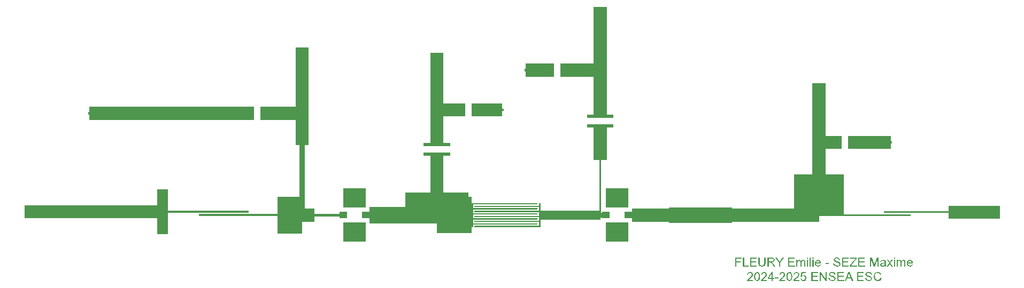
<source format=gbr>
%TF.GenerationSoftware,KiCad,Pcbnew,8.0.3*%
%TF.CreationDate,2025-01-07T15:38:08+01:00*%
%TF.ProjectId,fleury_seze,666c6575-7279-45f7-9365-7a652e6b6963,rev?*%
%TF.SameCoordinates,Original*%
%TF.FileFunction,Copper,L1,Top*%
%TF.FilePolarity,Positive*%
%FSLAX46Y46*%
G04 Gerber Fmt 4.6, Leading zero omitted, Abs format (unit mm)*
G04 Created by KiCad (PCBNEW 8.0.3) date 2025-01-07 15:38:08*
%MOMM*%
%LPD*%
G01*
G04 APERTURE LIST*
%TA.AperFunction,NonConductor*%
%ADD10C,0.000000*%
%TD*%
%TA.AperFunction,ViaPad*%
%ADD11C,0.200010*%
%TD*%
%TA.AperFunction,ViaPad*%
%ADD12C,0.400010*%
%TD*%
G04 APERTURE END LIST*
D10*
%TA.AperFunction,NonConductor*%
G36*
X61629250Y11189670D02*
G01*
X61429250Y11189670D01*
X61429250Y11589670D01*
X61629250Y11589670D01*
X61629250Y11189670D01*
G37*
%TD.AperFunction*%
%TA.AperFunction,NonConductor*%
G36*
X61429250Y10344390D02*
G01*
X54675640Y10344390D01*
X54675640Y12434950D01*
X61429250Y12434950D01*
X61429250Y10344390D01*
G37*
%TD.AperFunction*%
%TA.AperFunction,NonConductor*%
G36*
X53675640Y10344390D02*
G01*
X51101050Y10344390D01*
X51101050Y12434950D01*
X53675640Y12434950D01*
X53675640Y10344390D01*
G37*
%TD.AperFunction*%
%TA.AperFunction,NonConductor*%
G36*
X51101050Y10344390D02*
G01*
X49010770Y10344390D01*
X49010770Y11389670D01*
X49010490Y11389670D01*
X49010490Y12434950D01*
X51101050Y12434950D01*
X51101050Y10344390D01*
G37*
%TD.AperFunction*%
%TA.AperFunction,NonConductor*%
G36*
X51100770Y6344390D02*
G01*
X49010770Y6344390D01*
X49010770Y10344390D01*
X51100770Y10344390D01*
X51100770Y6344390D01*
G37*
%TD.AperFunction*%
%TA.AperFunction,NonConductor*%
G36*
X16475160Y23894950D02*
G01*
X14384600Y23894950D01*
X14384600Y32931250D01*
X16475160Y32931250D01*
X16475160Y23894950D01*
G37*
%TD.AperFunction*%
%TA.AperFunction,NonConductor*%
G36*
X53950720Y895000D02*
G01*
X46160820Y895000D01*
X46160820Y6344390D01*
X53950720Y6344390D01*
X53950720Y895000D01*
G37*
%TD.AperFunction*%
%TA.AperFunction,NonConductor*%
G36*
X3623920Y22649670D02*
G01*
X3423920Y22649670D01*
X3423920Y23049670D01*
X3623920Y23049670D01*
X3623920Y22649670D01*
G37*
%TD.AperFunction*%
%TA.AperFunction,NonConductor*%
G36*
X7583380Y21804390D02*
G01*
X3623920Y21804390D01*
X3623920Y23894950D01*
X7583380Y23894950D01*
X7583380Y21804390D01*
G37*
%TD.AperFunction*%
%TA.AperFunction,NonConductor*%
G36*
X8083380Y21804670D02*
G01*
X7583380Y21804670D01*
X7583380Y23894670D01*
X8083380Y23894670D01*
X8083380Y21804670D01*
G37*
%TD.AperFunction*%
%TA.AperFunction,NonConductor*%
G36*
X14384600Y21804390D02*
G01*
X9583380Y21804390D01*
X9583380Y23894950D01*
X14384600Y23894950D01*
X14384600Y21804390D01*
G37*
%TD.AperFunction*%
%TA.AperFunction,NonConductor*%
G36*
X9583380Y21804670D02*
G01*
X9083380Y21804670D01*
X9083380Y23894670D01*
X9583380Y23894670D01*
X9583380Y21804670D01*
G37*
%TD.AperFunction*%
%TA.AperFunction,NonConductor*%
G36*
X16475160Y21804390D02*
G01*
X14384600Y21804390D01*
X14384600Y23894950D01*
X16475160Y23894950D01*
X16475160Y21804390D01*
G37*
%TD.AperFunction*%
%TA.AperFunction,NonConductor*%
G36*
X16475160Y15804360D02*
G01*
X14384600Y15804360D01*
X14384600Y21804390D01*
X16475160Y21804390D01*
X16475160Y15804360D01*
G37*
%TD.AperFunction*%
%TA.AperFunction,NonConductor*%
G36*
X15529880Y567850D02*
G01*
X15329880Y567850D01*
X15329880Y8636760D01*
X15529880Y8636760D01*
X15529880Y567850D01*
G37*
%TD.AperFunction*%
%TA.AperFunction,NonConductor*%
G36*
X16474880Y8636760D02*
G01*
X14384880Y8636760D01*
X14384880Y13804360D01*
X16474880Y13804360D01*
X16474880Y8636760D01*
G37*
%TD.AperFunction*%
%TA.AperFunction,NonConductor*%
G36*
X-65442100Y15809280D02*
G01*
X-65642100Y15809280D01*
X-65642100Y16209280D01*
X-65442100Y16209280D01*
X-65442100Y15809280D01*
G37*
%TD.AperFunction*%
%TA.AperFunction,NonConductor*%
G36*
X17519880Y13804360D02*
G01*
X13339880Y13804360D01*
X13339880Y14304360D01*
X17519880Y14304360D01*
X17519880Y13804360D01*
G37*
%TD.AperFunction*%
%TA.AperFunction,NonConductor*%
G36*
X132590Y16366630D02*
G01*
X-67410Y16366630D01*
X-67410Y16766630D01*
X132590Y16766630D01*
X132590Y16366630D01*
G37*
%TD.AperFunction*%
%TA.AperFunction,NonConductor*%
G36*
X17519880Y15304360D02*
G01*
X13339880Y15304360D01*
X13339880Y15804360D01*
X17519880Y15804360D01*
X17519880Y15304360D01*
G37*
%TD.AperFunction*%
%TA.AperFunction,NonConductor*%
G36*
X-67410Y15521350D02*
G01*
X-4431820Y15521350D01*
X-4431820Y17611910D01*
X-67410Y17611910D01*
X-67410Y15521350D01*
G37*
%TD.AperFunction*%
%TA.AperFunction,NonConductor*%
G36*
X-4431820Y15521630D02*
G01*
X-4931820Y15521630D01*
X-4931820Y17611630D01*
X-4431820Y17611630D01*
X-4431820Y15521630D01*
G37*
%TD.AperFunction*%
%TA.AperFunction,NonConductor*%
G36*
X51101050Y12434950D02*
G01*
X49010490Y12434950D01*
X49010490Y20779230D01*
X51101050Y20779230D01*
X51101050Y12434950D01*
G37*
%TD.AperFunction*%
%TA.AperFunction,NonConductor*%
G36*
X-5931820Y15521630D02*
G01*
X-6431820Y15521630D01*
X-6431820Y17611630D01*
X-5931820Y17611630D01*
X-5931820Y15521630D01*
G37*
%TD.AperFunction*%
%TA.AperFunction,NonConductor*%
G36*
X-9390770Y17611910D02*
G01*
X-11481330Y17611910D01*
X-11481330Y25602430D01*
X-9390770Y25602430D01*
X-9390770Y17611910D01*
G37*
%TD.AperFunction*%
%TA.AperFunction,NonConductor*%
G36*
X-6431820Y15521350D02*
G01*
X-9390770Y15521350D01*
X-9390770Y17611910D01*
X-6431820Y17611910D01*
X-6431820Y15521350D01*
G37*
%TD.AperFunction*%
%TA.AperFunction,NonConductor*%
G36*
X-9390770Y15521350D02*
G01*
X-11481330Y15521350D01*
X-11481330Y17611910D01*
X-9390770Y17611910D01*
X-9390770Y15521350D01*
G37*
%TD.AperFunction*%
%TA.AperFunction,NonConductor*%
G36*
X-9390770Y11290430D02*
G01*
X-11481330Y11290430D01*
X-11481330Y15521350D01*
X-9390770Y15521350D01*
X-9390770Y11290430D01*
G37*
%TD.AperFunction*%
%TA.AperFunction,NonConductor*%
G36*
X-8346050Y10790430D02*
G01*
X-12526050Y10790430D01*
X-12526050Y11290430D01*
X-8346050Y11290430D01*
X-8346050Y10790430D01*
G37*
%TD.AperFunction*%
%TA.AperFunction,NonConductor*%
G36*
X-8346050Y9290430D02*
G01*
X-12526050Y9290430D01*
X-12526050Y9790430D01*
X-8346050Y9790430D01*
X-8346050Y9290430D01*
G37*
%TD.AperFunction*%
%TA.AperFunction,NonConductor*%
G36*
X-9391050Y3451100D02*
G01*
X-11481050Y3451100D01*
X-11481050Y9290430D01*
X-9391050Y9290430D01*
X-9391050Y3451100D01*
G37*
%TD.AperFunction*%
%TA.AperFunction,NonConductor*%
G36*
X-39364400Y14964280D02*
G01*
X-39864400Y14964280D01*
X-39864400Y17054280D01*
X-39364400Y17054280D01*
X-39364400Y14964280D01*
G37*
%TD.AperFunction*%
%TA.AperFunction,NonConductor*%
G36*
X-39864400Y14964000D02*
G01*
X-65442100Y14964000D01*
X-65442100Y17054560D01*
X-39864400Y17054560D01*
X-39864400Y14964000D01*
G37*
%TD.AperFunction*%
%TA.AperFunction,NonConductor*%
G36*
X-37864400Y14964280D02*
G01*
X-38364400Y14964280D01*
X-38364400Y17054280D01*
X-37864400Y17054280D01*
X-37864400Y14964280D01*
G37*
%TD.AperFunction*%
%TA.AperFunction,NonConductor*%
G36*
X-30720980Y17054550D02*
G01*
X-32811540Y17054550D01*
X-32811540Y26441680D01*
X-30720980Y26441680D01*
X-30720980Y17054550D01*
G37*
%TD.AperFunction*%
%TA.AperFunction,NonConductor*%
G36*
X-32811540Y14964000D02*
G01*
X-37864400Y14964000D01*
X-37864400Y17054560D01*
X-32811540Y17054560D01*
X-32811540Y14964000D01*
G37*
%TD.AperFunction*%
%TA.AperFunction,NonConductor*%
G36*
X-30720980Y16009280D02*
G01*
X-30721260Y16009280D01*
X-30721260Y14964000D01*
X-32811540Y14964000D01*
X-32811540Y17054560D01*
X-30720980Y17054560D01*
X-30720980Y16009280D01*
G37*
%TD.AperFunction*%
%TA.AperFunction,NonConductor*%
G36*
X-30721260Y10964000D02*
G01*
X-32811260Y10964000D01*
X-32811260Y14964000D01*
X-30721260Y14964000D01*
X-30721260Y10964000D01*
G37*
%TD.AperFunction*%
%TA.AperFunction,NonConductor*%
G36*
X-31367910Y2748720D02*
G01*
X-32164610Y2748720D01*
X-32164610Y10964000D01*
X-31367910Y10964000D01*
X-31367910Y2748720D01*
G37*
%TD.AperFunction*%
%TA.AperFunction,NonConductor*%
G36*
X-54749800Y-662980D02*
G01*
X-61749800Y-662980D01*
X-61749800Y1427020D01*
X-54749800Y1427020D01*
X-54749800Y-662980D01*
G37*
%TD.AperFunction*%
%TA.AperFunction,NonConductor*%
G36*
X-53025880Y-3145830D02*
G01*
X-54749800Y-3145830D01*
X-54749800Y3909860D01*
X-53025880Y3909860D01*
X-53025880Y-3145830D01*
G37*
%TD.AperFunction*%
%TA.AperFunction,NonConductor*%
G36*
X-48136820Y219270D02*
G01*
X-53025880Y219270D01*
X-53025880Y544770D01*
X-48136820Y544770D01*
X-48136820Y219270D01*
G37*
%TD.AperFunction*%
%TA.AperFunction,NonConductor*%
G36*
X-40265720Y219270D02*
G01*
X-48136820Y219270D01*
X-48136820Y544770D01*
X-40265720Y544770D01*
X-40265720Y219270D01*
G37*
%TD.AperFunction*%
%TA.AperFunction,NonConductor*%
G36*
X-40265720Y-312750D02*
G01*
X-48136820Y-312750D01*
X-48136820Y12750D01*
X-40265720Y12750D01*
X-40265720Y-312750D01*
G37*
%TD.AperFunction*%
%TA.AperFunction,NonConductor*%
G36*
X-35671700Y-312750D02*
G01*
X-40265720Y-312750D01*
X-40265720Y12750D01*
X-35671700Y12750D01*
X-35671700Y-312750D01*
G37*
%TD.AperFunction*%
%TA.AperFunction,NonConductor*%
G36*
X-32164620Y-3048720D02*
G01*
X-35671710Y-3048720D01*
X-35671710Y2748710D01*
X-32164620Y2748710D01*
X-32164620Y-3048720D01*
G37*
%TD.AperFunction*%
%TA.AperFunction,NonConductor*%
G36*
X-31367910Y-1215960D02*
G01*
X-31766260Y-1215960D01*
X-31766260Y-3048720D01*
X-32164610Y-3048720D01*
X-32164610Y2748720D01*
X-31367910Y2748720D01*
X-31367910Y-1215960D01*
G37*
%TD.AperFunction*%
%TA.AperFunction,NonConductor*%
G36*
X-29842030Y-1215960D02*
G01*
X-31367920Y-1215960D01*
X-31367920Y915950D01*
X-29842030Y915950D01*
X-29842030Y-1215960D01*
G37*
%TD.AperFunction*%
%TA.AperFunction,NonConductor*%
G36*
X-25842020Y-374670D02*
G01*
X-29842020Y-374670D01*
X-29842020Y74670D01*
X-25842020Y74670D01*
X-25842020Y-374670D01*
G37*
%TD.AperFunction*%
%TA.AperFunction,NonConductor*%
G36*
X-5450100Y2721740D02*
G01*
X-15422010Y2721740D01*
X-15422010Y3451100D01*
X-5450100Y3451100D01*
X-5450100Y2721740D01*
G37*
%TD.AperFunction*%
%TA.AperFunction,NonConductor*%
G36*
X-15422000Y-1470860D02*
G01*
X-21122020Y-1470860D01*
X-21122020Y1170860D01*
X-15422000Y1170860D01*
X-15422000Y-1470860D01*
G37*
%TD.AperFunction*%
%TA.AperFunction,NonConductor*%
G36*
X-5450090Y-3021740D02*
G01*
X-10436050Y-3021740D01*
X-10436050Y-1470860D01*
X-15422000Y-1470860D01*
X-15422000Y2721740D01*
X-5450090Y2721740D01*
X-5450090Y-3021740D01*
G37*
%TD.AperFunction*%
%TA.AperFunction,NonConductor*%
G36*
X-4950010Y-3021740D02*
G01*
X-5450100Y-3021740D01*
X-5450100Y2721740D01*
X-4950010Y2721740D01*
X-4950010Y-3021740D01*
G37*
%TD.AperFunction*%
%TA.AperFunction,NonConductor*%
G36*
X78689130Y-731140D02*
G01*
X70548820Y-731140D01*
X70548820Y1358860D01*
X78689130Y1358860D01*
X78689130Y-731140D01*
G37*
%TD.AperFunction*%
%TA.AperFunction,NonConductor*%
G36*
X70548820Y182710D02*
G01*
X64569010Y182710D01*
X64569010Y445000D01*
X70548820Y445000D01*
X70548820Y182710D01*
G37*
%TD.AperFunction*%
%TA.AperFunction,NonConductor*%
G36*
X64569010Y182710D02*
G01*
X60373460Y182710D01*
X60373460Y445000D01*
X64569010Y445000D01*
X64569010Y182710D01*
G37*
%TD.AperFunction*%
%TA.AperFunction,NonConductor*%
G36*
X64569010Y-281150D02*
G01*
X60373460Y-281150D01*
X60373460Y-18860D01*
X64569010Y-18860D01*
X64569010Y-281150D01*
G37*
%TD.AperFunction*%
%TA.AperFunction,NonConductor*%
G36*
X60373460Y-281150D02*
G01*
X53950720Y-281150D01*
X53950720Y-18860D01*
X60373460Y-18860D01*
X60373460Y-281150D01*
G37*
%TD.AperFunction*%
%TA.AperFunction,NonConductor*%
G36*
X53950720Y-281150D02*
G01*
X50055770Y-281150D01*
X50055770Y-1195000D01*
X46160820Y-1195000D01*
X46160820Y895000D01*
X53950720Y895000D01*
X53950720Y-281150D01*
G37*
%TD.AperFunction*%
%TA.AperFunction,NonConductor*%
G36*
X46160820Y-1195000D02*
G01*
X36264550Y-1195000D01*
X36264550Y895000D01*
X46160820Y895000D01*
X46160820Y-1195000D01*
G37*
%TD.AperFunction*%
%TA.AperFunction,NonConductor*%
G36*
X36264550Y-1399990D02*
G01*
X26264560Y-1399990D01*
X26264560Y1099980D01*
X36264550Y1099980D01*
X36264550Y-1399990D01*
G37*
%TD.AperFunction*%
%TA.AperFunction,NonConductor*%
G36*
X26264560Y-1195000D02*
G01*
X20450100Y-1195000D01*
X20450100Y895000D01*
X26264560Y895000D01*
X26264560Y-1195000D01*
G37*
%TD.AperFunction*%
%TA.AperFunction,NonConductor*%
G36*
X5500000Y1550000D02*
G01*
X-4700000Y1550000D01*
X-4700000Y950000D01*
X5500000Y950000D01*
X5500000Y750000D01*
X-4700000Y750000D01*
X-4700000Y150000D01*
X5500000Y150000D01*
X5500000Y-50000D01*
X-4700000Y-50000D01*
X-4700000Y-650000D01*
X5500000Y-650000D01*
X5500000Y-850000D01*
X-4700000Y-850000D01*
X-4700000Y-1450000D01*
X5500000Y-1450000D01*
X5500000Y-1650000D01*
X-4700000Y-1650000D01*
X-4700000Y-2050000D01*
X-4950000Y-2050000D01*
X-4950000Y1750000D01*
X5500000Y1750000D01*
X5500000Y1550000D01*
G37*
%TD.AperFunction*%
%TA.AperFunction,NonConductor*%
G36*
X5950000Y-2050000D02*
G01*
X-4500000Y-2050000D01*
X-4500000Y-1850000D01*
X5700000Y-1850000D01*
X5700000Y-1250000D01*
X-4500000Y-1250000D01*
X-4500000Y-1050000D01*
X5700000Y-1050000D01*
X5700000Y-450000D01*
X-4500000Y-450000D01*
X-4500000Y-250000D01*
X5700000Y-250000D01*
X5700000Y350000D01*
X-4500000Y350000D01*
X-4500000Y550000D01*
X5700000Y550000D01*
X5700000Y1150000D01*
X-4500000Y1150000D01*
X-4500000Y1350000D01*
X5700000Y1350000D01*
X5700000Y1750000D01*
X5950000Y1750000D01*
X5950000Y-2050000D01*
G37*
%TD.AperFunction*%
%TA.AperFunction,NonConductor*%
G36*
X15329880Y-867850D02*
G01*
X5950000Y-867850D01*
X5950000Y567850D01*
X15329880Y567850D01*
X15329880Y-867850D01*
G37*
%TD.AperFunction*%
%TA.AperFunction,NonConductor*%
G36*
X15529880Y-520720D02*
G01*
X15429880Y-520720D01*
X15429880Y-867850D01*
X15329880Y-867850D01*
X15329880Y567850D01*
X15529880Y567850D01*
X15529880Y-520720D01*
G37*
%TD.AperFunction*%
%TA.AperFunction,NonConductor*%
G36*
X15730100Y-520720D02*
G01*
X15529880Y-520720D01*
X15529880Y220720D01*
X15730100Y220720D01*
X15730100Y-520720D01*
G37*
%TD.AperFunction*%
%TA.AperFunction,NonConductor*%
G36*
X-61749800Y-662980D02*
G01*
X-68749800Y-662980D01*
X-68749800Y1427020D01*
X-61749800Y1427020D01*
X-61749800Y-662980D01*
G37*
%TD.AperFunction*%
%TA.AperFunction,NonConductor*%
G36*
X-68749800Y-662980D02*
G01*
X-75749800Y-662980D01*
X-75749800Y1427020D01*
X-68749800Y1427020D01*
X-68749800Y-662980D01*
G37*
%TD.AperFunction*%
%TA.AperFunction,NonConductor*%
G36*
X-24332020Y3190050D02*
G01*
X-24732020Y3190050D01*
X-24732020Y3590050D01*
X-24332020Y3590050D01*
X-24332020Y3190050D01*
G37*
%TD.AperFunction*%
%TA.AperFunction,NonConductor*%
G36*
X-22232020Y-2219950D02*
G01*
X-22632020Y-2219950D01*
X-22632020Y-1819950D01*
X-22232020Y-1819950D01*
X-22232020Y-2219950D01*
G37*
%TD.AperFunction*%
%TA.AperFunction,NonConductor*%
G36*
X-24332020Y-2219950D02*
G01*
X-24732020Y-2219950D01*
X-24732020Y-1819950D01*
X-24332020Y-1819950D01*
X-24332020Y-2219950D01*
G37*
%TD.AperFunction*%
%TA.AperFunction,NonConductor*%
G36*
X-24332020Y1590050D02*
G01*
X-24732020Y1590050D01*
X-24732020Y1990050D01*
X-24332020Y1990050D01*
X-24332020Y1590050D01*
G37*
%TD.AperFunction*%
%TA.AperFunction,NonConductor*%
G36*
X-22232020Y1590050D02*
G01*
X-22632020Y1590050D01*
X-22632020Y1990050D01*
X-22232020Y1990050D01*
X-22232020Y1590050D01*
G37*
%TD.AperFunction*%
%TA.AperFunction,NonConductor*%
G36*
X-23282020Y3190050D02*
G01*
X-23682020Y3190050D01*
X-23682020Y3590050D01*
X-23282020Y3590050D01*
X-23282020Y3190050D01*
G37*
%TD.AperFunction*%
%TA.AperFunction,NonConductor*%
G36*
X-22232020Y2390050D02*
G01*
X-22632020Y2390050D01*
X-22632020Y2790050D01*
X-22232020Y2790050D01*
X-22232020Y2390050D01*
G37*
%TD.AperFunction*%
%TA.AperFunction,NonConductor*%
G36*
X-23282020Y-3819950D02*
G01*
X-23682020Y-3819950D01*
X-23682020Y-3419950D01*
X-23282020Y-3419950D01*
X-23282020Y-3819950D01*
G37*
%TD.AperFunction*%
%TA.AperFunction,NonConductor*%
G36*
X-22232020Y3190050D02*
G01*
X-22632020Y3190050D01*
X-22632020Y3590050D01*
X-22232020Y3590050D01*
X-22232020Y3190050D01*
G37*
%TD.AperFunction*%
%TA.AperFunction,NonConductor*%
G36*
X-22232020Y-3819950D02*
G01*
X-22632020Y-3819950D01*
X-22632020Y-3419950D01*
X-22232020Y-3419950D01*
X-22232020Y-3819950D01*
G37*
%TD.AperFunction*%
%TA.AperFunction,NonConductor*%
G36*
X-24332020Y-3819950D02*
G01*
X-24732020Y-3819950D01*
X-24732020Y-3419950D01*
X-24332020Y-3419950D01*
X-24332020Y-3819950D01*
G37*
%TD.AperFunction*%
%TA.AperFunction,NonConductor*%
G36*
X-23282020Y2390050D02*
G01*
X-23682020Y2390050D01*
X-23682020Y2790050D01*
X-23282020Y2790050D01*
X-23282020Y2390050D01*
G37*
%TD.AperFunction*%
%TA.AperFunction,NonConductor*%
G36*
X-24332020Y2390050D02*
G01*
X-24732020Y2390050D01*
X-24732020Y2790050D01*
X-24332020Y2790050D01*
X-24332020Y2390050D01*
G37*
%TD.AperFunction*%
%TA.AperFunction,NonConductor*%
G36*
X-24332020Y-3019950D02*
G01*
X-24732020Y-3019950D01*
X-24732020Y-2619950D01*
X-24332020Y-2619950D01*
X-24332020Y-3019950D01*
G37*
%TD.AperFunction*%
%TA.AperFunction,NonConductor*%
G36*
X-22232020Y-3019950D02*
G01*
X-22632020Y-3019950D01*
X-22632020Y-2619950D01*
X-22232020Y-2619950D01*
X-22232020Y-3019950D01*
G37*
%TD.AperFunction*%
%TA.AperFunction,NonConductor*%
G36*
X-23282020Y-3019950D02*
G01*
X-23682020Y-3019950D01*
X-23682020Y-2619950D01*
X-23282020Y-2619950D01*
X-23282020Y-3019950D01*
G37*
%TD.AperFunction*%
%TA.AperFunction,NonConductor*%
G36*
X17240100Y3190050D02*
G01*
X16840100Y3190050D01*
X16840100Y3590050D01*
X17240100Y3590050D01*
X17240100Y3190050D01*
G37*
%TD.AperFunction*%
%TA.AperFunction,NonConductor*%
G36*
X19340100Y-2219950D02*
G01*
X18940100Y-2219950D01*
X18940100Y-1819950D01*
X19340100Y-1819950D01*
X19340100Y-2219950D01*
G37*
%TD.AperFunction*%
%TA.AperFunction,NonConductor*%
G36*
X17240100Y-2219950D02*
G01*
X16840100Y-2219950D01*
X16840100Y-1819950D01*
X17240100Y-1819950D01*
X17240100Y-2219950D01*
G37*
%TD.AperFunction*%
%TA.AperFunction,NonConductor*%
G36*
X17240100Y1590050D02*
G01*
X16840100Y1590050D01*
X16840100Y1990050D01*
X17240100Y1990050D01*
X17240100Y1590050D01*
G37*
%TD.AperFunction*%
%TA.AperFunction,NonConductor*%
G36*
X19340100Y1590050D02*
G01*
X18940100Y1590050D01*
X18940100Y1990050D01*
X19340100Y1990050D01*
X19340100Y1590050D01*
G37*
%TD.AperFunction*%
%TA.AperFunction,NonConductor*%
G36*
X18290100Y3190050D02*
G01*
X17890100Y3190050D01*
X17890100Y3590050D01*
X18290100Y3590050D01*
X18290100Y3190050D01*
G37*
%TD.AperFunction*%
%TA.AperFunction,NonConductor*%
G36*
X19340100Y2390050D02*
G01*
X18940100Y2390050D01*
X18940100Y2790050D01*
X19340100Y2790050D01*
X19340100Y2390050D01*
G37*
%TD.AperFunction*%
%TA.AperFunction,NonConductor*%
G36*
X18290100Y-3819950D02*
G01*
X17890100Y-3819950D01*
X17890100Y-3419950D01*
X18290100Y-3419950D01*
X18290100Y-3819950D01*
G37*
%TD.AperFunction*%
%TA.AperFunction,NonConductor*%
G36*
X19340100Y3190050D02*
G01*
X18940100Y3190050D01*
X18940100Y3590050D01*
X19340100Y3590050D01*
X19340100Y3190050D01*
G37*
%TD.AperFunction*%
%TA.AperFunction,NonConductor*%
G36*
X19340100Y-3819950D02*
G01*
X18940100Y-3819950D01*
X18940100Y-3419950D01*
X19340100Y-3419950D01*
X19340100Y-3819950D01*
G37*
%TD.AperFunction*%
%TA.AperFunction,NonConductor*%
G36*
X17240100Y-3819950D02*
G01*
X16840100Y-3819950D01*
X16840100Y-3419950D01*
X17240100Y-3419950D01*
X17240100Y-3819950D01*
G37*
%TD.AperFunction*%
%TA.AperFunction,NonConductor*%
G36*
X18290100Y2390050D02*
G01*
X17890100Y2390050D01*
X17890100Y2790050D01*
X18290100Y2790050D01*
X18290100Y2390050D01*
G37*
%TD.AperFunction*%
%TA.AperFunction,NonConductor*%
G36*
X17240100Y2390050D02*
G01*
X16840100Y2390050D01*
X16840100Y2790050D01*
X17240100Y2790050D01*
X17240100Y2390050D01*
G37*
%TD.AperFunction*%
%TA.AperFunction,NonConductor*%
G36*
X17240100Y-3019950D02*
G01*
X16840100Y-3019950D01*
X16840100Y-2619950D01*
X17240100Y-2619950D01*
X17240100Y-3019950D01*
G37*
%TD.AperFunction*%
%TA.AperFunction,NonConductor*%
G36*
X19340100Y-3019950D02*
G01*
X18940100Y-3019950D01*
X18940100Y-2619950D01*
X19340100Y-2619950D01*
X19340100Y-3019950D01*
G37*
%TD.AperFunction*%
%TA.AperFunction,NonConductor*%
G36*
X18290100Y-3019950D02*
G01*
X17890100Y-3019950D01*
X17890100Y-2619950D01*
X18290100Y-2619950D01*
X18290100Y-3019950D01*
G37*
%TD.AperFunction*%
%TA.AperFunction,NonConductor*%
G36*
X39485000Y-9276880D02*
G01*
X39605000Y-9560000D01*
X39570000Y-9729380D01*
X39453130Y-9903750D01*
X39182500Y-10156250D01*
X39052190Y-10267500D01*
X38978750Y-10336250D01*
X38905000Y-10431250D01*
X39606250Y-10431250D01*
X39606250Y-10600000D01*
X38660000Y-10600000D01*
X38681250Y-10477500D01*
X38796880Y-10287500D01*
X39026250Y-10071250D01*
X39222030Y-9899060D01*
X39341880Y-9767500D01*
X39423750Y-9556250D01*
X39349380Y-9379380D01*
X39155000Y-9307500D01*
X38951250Y-9383750D01*
X38875000Y-9595000D01*
X38693750Y-9576250D01*
X38833750Y-9268750D01*
X39158750Y-9162500D01*
X39485000Y-9276880D01*
G37*
%TD.AperFunction*%
%TA.AperFunction,NonConductor*%
G36*
X40463130Y-9208750D02*
G01*
X40606880Y-9342500D01*
X40695630Y-9555630D01*
X40727500Y-9893750D01*
X40675630Y-10300630D01*
X40521250Y-10540000D01*
X40261250Y-10625000D01*
X39936250Y-10476250D01*
X39829380Y-10241250D01*
X39793750Y-9893750D01*
X39975000Y-9893750D01*
X39995630Y-10187340D01*
X40057500Y-10363130D01*
X40261250Y-10480000D01*
X40465000Y-10362500D01*
X40547500Y-9893750D01*
X40526880Y-9599380D01*
X40465000Y-9423750D01*
X40258750Y-9307500D01*
X40066250Y-9410000D01*
X39975000Y-9893750D01*
X39793750Y-9893750D01*
X39846250Y-9485000D01*
X40001880Y-9246250D01*
X40258750Y-9163310D01*
X40261250Y-9162500D01*
X40463130Y-9208750D01*
G37*
%TD.AperFunction*%
%TA.AperFunction,NonConductor*%
G36*
X41707500Y-9276880D02*
G01*
X41827500Y-9560000D01*
X41792500Y-9729380D01*
X41675630Y-9903750D01*
X41405000Y-10156250D01*
X41274690Y-10267500D01*
X41201250Y-10336250D01*
X41127500Y-10431250D01*
X41828750Y-10431250D01*
X41828750Y-10600000D01*
X40882500Y-10600000D01*
X40903750Y-10477500D01*
X41019380Y-10287500D01*
X41248750Y-10071250D01*
X41444530Y-9899060D01*
X41564380Y-9767500D01*
X41646250Y-9556250D01*
X41571880Y-9379380D01*
X41377500Y-9307500D01*
X41173750Y-9383750D01*
X41097500Y-9595000D01*
X40916250Y-9576250D01*
X41056250Y-9268750D01*
X41381250Y-9162500D01*
X41707500Y-9276880D01*
G37*
%TD.AperFunction*%
%TA.AperFunction,NonConductor*%
G36*
X42756250Y-10096250D02*
G01*
X42950000Y-10096250D01*
X42950000Y-10257500D01*
X42756250Y-10257500D01*
X42756250Y-10600000D01*
X42580000Y-10600000D01*
X42580000Y-10257500D01*
X41958750Y-10257500D01*
X41958750Y-10096250D01*
X42132500Y-10096250D01*
X42580000Y-10096250D01*
X42580000Y-9450000D01*
X42132500Y-10096250D01*
X41958750Y-10096250D01*
X42580000Y-9214860D01*
X42612500Y-9168750D01*
X42756250Y-9168750D01*
X42756250Y-10096250D01*
G37*
%TD.AperFunction*%
%TA.AperFunction,NonConductor*%
G36*
X43648750Y-10170000D02*
G01*
X43108750Y-10170000D01*
X43108750Y-9993750D01*
X43648750Y-9993750D01*
X43648750Y-10170000D01*
G37*
%TD.AperFunction*%
%TA.AperFunction,NonConductor*%
G36*
X44595000Y-9276880D02*
G01*
X44715000Y-9560000D01*
X44680000Y-9729380D01*
X44563130Y-9903750D01*
X44292500Y-10156250D01*
X44162190Y-10267500D01*
X44088750Y-10336250D01*
X44015000Y-10431250D01*
X44716250Y-10431250D01*
X44716250Y-10600000D01*
X43770000Y-10600000D01*
X43791250Y-10477500D01*
X43906880Y-10287500D01*
X44136250Y-10071250D01*
X44332030Y-9899060D01*
X44451880Y-9767500D01*
X44533750Y-9556250D01*
X44459380Y-9379380D01*
X44265000Y-9307500D01*
X44061250Y-9383750D01*
X43985000Y-9595000D01*
X43803750Y-9576250D01*
X43943750Y-9268750D01*
X44268750Y-9162500D01*
X44595000Y-9276880D01*
G37*
%TD.AperFunction*%
%TA.AperFunction,NonConductor*%
G36*
X45573130Y-9208750D02*
G01*
X45716880Y-9342500D01*
X45805630Y-9555630D01*
X45837500Y-9893750D01*
X45785630Y-10300630D01*
X45631250Y-10540000D01*
X45371250Y-10625000D01*
X45046250Y-10476250D01*
X44939380Y-10241250D01*
X44903750Y-9893750D01*
X45085000Y-9893750D01*
X45105630Y-10187340D01*
X45167500Y-10363130D01*
X45371250Y-10480000D01*
X45575000Y-10362500D01*
X45657500Y-9893750D01*
X45636880Y-9599380D01*
X45575000Y-9423750D01*
X45368750Y-9307500D01*
X45176250Y-9410000D01*
X45085000Y-9893750D01*
X44903750Y-9893750D01*
X44956250Y-9485000D01*
X45111880Y-9246250D01*
X45368750Y-9163310D01*
X45371250Y-9162500D01*
X45573130Y-9208750D01*
G37*
%TD.AperFunction*%
%TA.AperFunction,NonConductor*%
G36*
X46817500Y-9276880D02*
G01*
X46937500Y-9560000D01*
X46902500Y-9729380D01*
X46785630Y-9903750D01*
X46515000Y-10156250D01*
X46384690Y-10267500D01*
X46311250Y-10336250D01*
X46237500Y-10431250D01*
X46938750Y-10431250D01*
X46938750Y-10600000D01*
X45992500Y-10600000D01*
X46013750Y-10477500D01*
X46129380Y-10287500D01*
X46358750Y-10071250D01*
X46554530Y-9899060D01*
X46674380Y-9767500D01*
X46756250Y-9556250D01*
X46681880Y-9379380D01*
X46487500Y-9307500D01*
X46283750Y-9383750D01*
X46207500Y-9595000D01*
X46026250Y-9576250D01*
X46166250Y-9268750D01*
X46491250Y-9162500D01*
X46817500Y-9276880D01*
G37*
%TD.AperFunction*%
%TA.AperFunction,NonConductor*%
G36*
X48008750Y-9356250D02*
G01*
X47437500Y-9356250D01*
X47360000Y-9740000D01*
X47631250Y-9651250D01*
X47947500Y-9780630D01*
X48076250Y-10115000D01*
X47962500Y-10450000D01*
X47799690Y-10581250D01*
X47586250Y-10625000D01*
X47267500Y-10515630D01*
X47126250Y-10225000D01*
X47311250Y-10208750D01*
X47406250Y-10411880D01*
X47586250Y-10480000D01*
X47801880Y-10384380D01*
X47890000Y-10130000D01*
X47805000Y-9893130D01*
X47583750Y-9806250D01*
X47430630Y-9845000D01*
X47322500Y-9945000D01*
X47157500Y-9923750D01*
X47296250Y-9187500D01*
X48008750Y-9187500D01*
X48008750Y-9356250D01*
G37*
%TD.AperFunction*%
%TA.AperFunction,NonConductor*%
G36*
X49903750Y-9337500D02*
G01*
X49057500Y-9337500D01*
X49057500Y-9776250D01*
X49850000Y-9776250D01*
X49850000Y-9943750D01*
X49057500Y-9943750D01*
X49057500Y-10431250D01*
X49936250Y-10431250D01*
X49936250Y-10600000D01*
X48868750Y-10600000D01*
X48868750Y-9168750D01*
X49903750Y-9168750D01*
X49903750Y-9337500D01*
G37*
%TD.AperFunction*%
%TA.AperFunction,NonConductor*%
G36*
X51142500Y-10292500D02*
G01*
X51142500Y-9168750D01*
X51323750Y-9168750D01*
X51323750Y-10600000D01*
X51130000Y-10600000D01*
X50377500Y-9475000D01*
X50377500Y-10600000D01*
X50196250Y-10600000D01*
X50196250Y-9168750D01*
X50390000Y-9168750D01*
X51142500Y-10292500D01*
G37*
%TD.AperFunction*%
%TA.AperFunction,NonConductor*%
G36*
X52416880Y-9195000D02*
G01*
X52603750Y-9346250D01*
X52673750Y-9571250D01*
X52492500Y-9585000D01*
X52393130Y-9380630D01*
X52143750Y-9311250D01*
X51893750Y-9374380D01*
X51815000Y-9526250D01*
X51870000Y-9652500D01*
X52156250Y-9755000D01*
X52350940Y-9804060D01*
X52472500Y-9846250D01*
X52657500Y-9991880D01*
X52717500Y-10196250D01*
X52651880Y-10411250D01*
X52463750Y-10568750D01*
X52187500Y-10625000D01*
X51862500Y-10568130D01*
X51656250Y-10397500D01*
X51577500Y-10140000D01*
X51756250Y-10125000D01*
X51815000Y-10300630D01*
X51958750Y-10412500D01*
X52178750Y-10455000D01*
X52370630Y-10422500D01*
X52494380Y-10333750D01*
X52535000Y-10211250D01*
X52495630Y-10093750D01*
X52366250Y-10008750D01*
X52111250Y-9939380D01*
X51835000Y-9850000D01*
X51682500Y-9716880D01*
X51632500Y-9538750D01*
X51693750Y-9335630D01*
X51873130Y-9192500D01*
X52136250Y-9143750D01*
X52416880Y-9195000D01*
G37*
%TD.AperFunction*%
%TA.AperFunction,NonConductor*%
G36*
X54015000Y-9337500D02*
G01*
X53168750Y-9337500D01*
X53168750Y-9776250D01*
X53961250Y-9776250D01*
X53961250Y-9943750D01*
X53168750Y-9943750D01*
X53168750Y-10431250D01*
X54047500Y-10431250D01*
X54047500Y-10600000D01*
X52980000Y-10600000D01*
X52980000Y-9168750D01*
X54015000Y-9168750D01*
X54015000Y-9337500D01*
G37*
%TD.AperFunction*%
%TA.AperFunction,NonConductor*%
G36*
X54800000Y-9168750D02*
G01*
X54906250Y-9168750D01*
X55492500Y-10600000D01*
X55276250Y-10600000D01*
X55108750Y-10166250D01*
X54510000Y-10166250D01*
X54353750Y-10600000D01*
X54152500Y-10600000D01*
X54378264Y-10012500D01*
X54565000Y-10012500D01*
X55050000Y-10012500D01*
X54901250Y-9615000D01*
X54800000Y-9318750D01*
X54722500Y-9592500D01*
X54565000Y-10012500D01*
X54378264Y-10012500D01*
X54702500Y-9168750D01*
X54800000Y-9168750D01*
G37*
%TD.AperFunction*%
%TA.AperFunction,NonConductor*%
G36*
X57127500Y-9337500D02*
G01*
X56281250Y-9337500D01*
X56281250Y-9776250D01*
X57073750Y-9776250D01*
X57073750Y-9943750D01*
X56281250Y-9943750D01*
X56281250Y-10431250D01*
X57160000Y-10431250D01*
X57160000Y-10600000D01*
X56092500Y-10600000D01*
X56092500Y-9168750D01*
X57127500Y-9168750D01*
X57127500Y-9337500D01*
G37*
%TD.AperFunction*%
%TA.AperFunction,NonConductor*%
G36*
X58196880Y-9195000D02*
G01*
X58383750Y-9346250D01*
X58453750Y-9571250D01*
X58272500Y-9585000D01*
X58173130Y-9380630D01*
X57923750Y-9311250D01*
X57673750Y-9374380D01*
X57595000Y-9526250D01*
X57650000Y-9652500D01*
X57936250Y-9755000D01*
X58130940Y-9804060D01*
X58252500Y-9846250D01*
X58437500Y-9991880D01*
X58497500Y-10196250D01*
X58431880Y-10411250D01*
X58243750Y-10568750D01*
X57967500Y-10625000D01*
X57642500Y-10568130D01*
X57436250Y-10397500D01*
X57357500Y-10140000D01*
X57536250Y-10125000D01*
X57595000Y-10300630D01*
X57738750Y-10412500D01*
X57958750Y-10455000D01*
X58150630Y-10422500D01*
X58274380Y-10333750D01*
X58315000Y-10211250D01*
X58275630Y-10093750D01*
X58146250Y-10008750D01*
X57891250Y-9939380D01*
X57615000Y-9850000D01*
X57462500Y-9716880D01*
X57412500Y-9538750D01*
X57473750Y-9335630D01*
X57653130Y-9192500D01*
X57916250Y-9143750D01*
X58196880Y-9195000D01*
G37*
%TD.AperFunction*%
%TA.AperFunction,NonConductor*%
G36*
X59738130Y-9253130D02*
G01*
X59862660Y-9384840D01*
X59942500Y-9561250D01*
X59755000Y-9605000D01*
X59611250Y-9377500D01*
X59372500Y-9306250D01*
X59096880Y-9385000D01*
X58941250Y-9597500D01*
X58896250Y-9872500D01*
X58949380Y-10191250D01*
X59115000Y-10395000D01*
X59357500Y-10462500D01*
X59627500Y-10370630D01*
X59777500Y-10097500D01*
X59966250Y-10146250D01*
X59883440Y-10351410D01*
X59752500Y-10501880D01*
X59580310Y-10594220D01*
X59373750Y-10625000D01*
X58997500Y-10530630D01*
X58776880Y-10257500D01*
X58701250Y-9873750D01*
X58786250Y-9483130D01*
X58889530Y-9336410D01*
X59029380Y-9230000D01*
X59376250Y-9143750D01*
X59738130Y-9253130D01*
G37*
%TD.AperFunction*%
%TA.AperFunction,NonConductor*%
G36*
X37780000Y-7037500D02*
G01*
X37003750Y-7037500D01*
X37003750Y-7481250D01*
X37675000Y-7481250D01*
X37675000Y-7650000D01*
X37003750Y-7650000D01*
X37003750Y-8300000D01*
X36813750Y-8300000D01*
X36813750Y-6868750D01*
X37780000Y-6868750D01*
X37780000Y-7037500D01*
G37*
%TD.AperFunction*%
%TA.AperFunction,NonConductor*%
G36*
X38207500Y-8131250D02*
G01*
X38912500Y-8131250D01*
X38912500Y-8300000D01*
X38017500Y-8300000D01*
X38017500Y-6868750D01*
X38207500Y-6868750D01*
X38207500Y-8131250D01*
G37*
%TD.AperFunction*%
%TA.AperFunction,NonConductor*%
G36*
X40176250Y-7037500D02*
G01*
X39330000Y-7037500D01*
X39330000Y-7476250D01*
X40122500Y-7476250D01*
X40122500Y-7643750D01*
X39330000Y-7643750D01*
X39330000Y-8131250D01*
X40208750Y-8131250D01*
X40208750Y-8300000D01*
X39141250Y-8300000D01*
X39141250Y-6868750D01*
X40176250Y-6868750D01*
X40176250Y-7037500D01*
G37*
%TD.AperFunction*%
%TA.AperFunction,NonConductor*%
G36*
X40662500Y-7695000D02*
G01*
X40697500Y-7969380D01*
X40816880Y-8105630D01*
X41023750Y-8153750D01*
X41321250Y-8058750D01*
X41410000Y-7695000D01*
X41410000Y-6868750D01*
X41600000Y-6868750D01*
X41600000Y-7695000D01*
X41550630Y-8038130D01*
X41374380Y-8245000D01*
X41040000Y-8325000D01*
X40710630Y-8255630D01*
X40528130Y-8054380D01*
X40473750Y-7695000D01*
X40473750Y-6868750D01*
X40662500Y-6868750D01*
X40662500Y-7695000D01*
G37*
%TD.AperFunction*%
%TA.AperFunction,NonConductor*%
G36*
X42106250Y-6868750D02*
G01*
X42552500Y-6868750D01*
X42843130Y-6906880D01*
X43001880Y-7043130D01*
X43061250Y-7258750D01*
X42963130Y-7515630D01*
X42658750Y-7648750D01*
X42772500Y-7720000D01*
X42930000Y-7910000D01*
X43178750Y-8300000D01*
X42941250Y-8300000D01*
X42751250Y-8002500D01*
X42615000Y-7805000D01*
X42518750Y-7708750D01*
X42432500Y-7671250D01*
X42326250Y-7663750D01*
X42106250Y-7663750D01*
X42106250Y-8300000D01*
X41917500Y-8300000D01*
X41917500Y-7500000D01*
X42106250Y-7500000D01*
X42513750Y-7500000D01*
X42716880Y-7473130D01*
X42828130Y-7387500D01*
X42866250Y-7258750D01*
X42792500Y-7091880D01*
X42560000Y-7026250D01*
X42106250Y-7026250D01*
X42106250Y-7500000D01*
X41917500Y-7500000D01*
X41917500Y-6868750D01*
X42106250Y-6868750D01*
G37*
%TD.AperFunction*%
%TA.AperFunction,NonConductor*%
G36*
X43686250Y-7300000D02*
G01*
X43831250Y-7542500D01*
X43987500Y-7288750D01*
X44265000Y-6868750D01*
X44486250Y-6868750D01*
X43915000Y-7693750D01*
X43915000Y-8300000D01*
X43725000Y-8300000D01*
X43725000Y-7693750D01*
X43173750Y-6868750D01*
X43403750Y-6868750D01*
X43686250Y-7300000D01*
G37*
%TD.AperFunction*%
%TA.AperFunction,NonConductor*%
G36*
X46213750Y-7037500D02*
G01*
X45367500Y-7037500D01*
X45367500Y-7476250D01*
X46160000Y-7476250D01*
X46160000Y-7643750D01*
X45367500Y-7643750D01*
X45367500Y-8131250D01*
X46246250Y-8131250D01*
X46246250Y-8300000D01*
X45178750Y-8300000D01*
X45178750Y-6868750D01*
X46213750Y-6868750D01*
X46213750Y-7037500D01*
G37*
%TD.AperFunction*%
%TA.AperFunction,NonConductor*%
G36*
X47808130Y-7325000D02*
G01*
X47891250Y-7587500D01*
X47891250Y-8300000D01*
X47716250Y-8300000D01*
X47716250Y-7646250D01*
X47699380Y-7495000D01*
X47637500Y-7420000D01*
X47531250Y-7391250D01*
X47350000Y-7464380D01*
X47277500Y-7697500D01*
X47277500Y-8300000D01*
X47101250Y-8300000D01*
X47101250Y-7626250D01*
X47058750Y-7450000D01*
X46918750Y-7391250D01*
X46780630Y-7430630D01*
X46689380Y-7545000D01*
X46661250Y-7762500D01*
X46661250Y-8300000D01*
X46485000Y-8300000D01*
X46485000Y-7262500D01*
X46642500Y-7262500D01*
X46642500Y-7408750D01*
X46772500Y-7286250D01*
X46957500Y-7240000D01*
X47146250Y-7287500D01*
X47250000Y-7421250D01*
X47391880Y-7285310D01*
X47570000Y-7240000D01*
X47808130Y-7325000D01*
G37*
%TD.AperFunction*%
%TA.AperFunction,NonConductor*%
G36*
X48327500Y-7070000D02*
G01*
X48151250Y-7070000D01*
X48151250Y-6868750D01*
X48327500Y-6868750D01*
X48327500Y-7070000D01*
G37*
%TD.AperFunction*%
%TA.AperFunction,NonConductor*%
G36*
X48327500Y-8300000D02*
G01*
X48151250Y-8300000D01*
X48151250Y-7262500D01*
X48327500Y-7262500D01*
X48327500Y-8300000D01*
G37*
%TD.AperFunction*%
%TA.AperFunction,NonConductor*%
G36*
X48766250Y-8300000D02*
G01*
X48590000Y-8300000D01*
X48590000Y-6868750D01*
X48766250Y-6868750D01*
X48766250Y-8300000D01*
G37*
%TD.AperFunction*%
%TA.AperFunction,NonConductor*%
G36*
X49215000Y-7070000D02*
G01*
X49038750Y-7070000D01*
X49038750Y-6868750D01*
X49215000Y-6868750D01*
X49215000Y-7070000D01*
G37*
%TD.AperFunction*%
%TA.AperFunction,NonConductor*%
G36*
X49215000Y-8300000D02*
G01*
X49038750Y-8300000D01*
X49038750Y-7262500D01*
X49215000Y-7262500D01*
X49215000Y-8300000D01*
G37*
%TD.AperFunction*%
%TA.AperFunction,NonConductor*%
G36*
X49910000Y-7241040D02*
G01*
X50247500Y-7381250D01*
X50345940Y-7551560D01*
X50378750Y-7780000D01*
X50378750Y-7826250D01*
X49605000Y-7826250D01*
X49701880Y-8088130D01*
X49918750Y-8178750D01*
X50083130Y-8128130D01*
X50191250Y-7966250D01*
X50373750Y-7988750D01*
X50213750Y-8235630D01*
X49917500Y-8323750D01*
X49556880Y-8183750D01*
X49457030Y-8015310D01*
X49423750Y-7790000D01*
X49439493Y-7681250D01*
X49615000Y-7681250D01*
X50193750Y-7681250D01*
X50127500Y-7485000D01*
X49910000Y-7383750D01*
X49706250Y-7465000D01*
X49615000Y-7681250D01*
X49439493Y-7681250D01*
X49457340Y-7557970D01*
X49558130Y-7384380D01*
X49712660Y-7276090D01*
X49907500Y-7240000D01*
X49910000Y-7241040D01*
G37*
%TD.AperFunction*%
%TA.AperFunction,NonConductor*%
G36*
X51620000Y-7870000D02*
G01*
X51080000Y-7870000D01*
X51080000Y-7693750D01*
X51620000Y-7693750D01*
X51620000Y-7870000D01*
G37*
%TD.AperFunction*%
%TA.AperFunction,NonConductor*%
G36*
X53165630Y-6895000D02*
G01*
X53352500Y-7046250D01*
X53422500Y-7271250D01*
X53241250Y-7285000D01*
X53141880Y-7080630D01*
X52892500Y-7011250D01*
X52642500Y-7074380D01*
X52563750Y-7226250D01*
X52618750Y-7352500D01*
X52905000Y-7455000D01*
X53099690Y-7504060D01*
X53221250Y-7546250D01*
X53406250Y-7691880D01*
X53466250Y-7896250D01*
X53400630Y-8111250D01*
X53212500Y-8268750D01*
X52936250Y-8325000D01*
X52611250Y-8268130D01*
X52405000Y-8097500D01*
X52326250Y-7840000D01*
X52505000Y-7825000D01*
X52563750Y-8000630D01*
X52707500Y-8112500D01*
X52927500Y-8155000D01*
X53119380Y-8122500D01*
X53243130Y-8033750D01*
X53283750Y-7911250D01*
X53244380Y-7793750D01*
X53115000Y-7708750D01*
X52860000Y-7639380D01*
X52583750Y-7550000D01*
X52431250Y-7416880D01*
X52381250Y-7238750D01*
X52442500Y-7035630D01*
X52621880Y-6892500D01*
X52885000Y-6843750D01*
X53165630Y-6895000D01*
G37*
%TD.AperFunction*%
%TA.AperFunction,NonConductor*%
G36*
X54763750Y-7037500D02*
G01*
X53917500Y-7037500D01*
X53917500Y-7476250D01*
X54710000Y-7476250D01*
X54710000Y-7643750D01*
X53917500Y-7643750D01*
X53917500Y-8131250D01*
X54796250Y-8131250D01*
X54796250Y-8300000D01*
X53728750Y-8300000D01*
X53728750Y-6868750D01*
X54763750Y-6868750D01*
X54763750Y-7037500D01*
G37*
%TD.AperFunction*%
%TA.AperFunction,NonConductor*%
G36*
X56052500Y-7037500D02*
G01*
X55248750Y-8030000D01*
X55161250Y-8131250D01*
X56076250Y-8131250D01*
X56076250Y-8300000D01*
X54943750Y-8300000D01*
X54943750Y-8123750D01*
X55677500Y-7207500D01*
X55826250Y-7037500D01*
X55026250Y-7037500D01*
X55026250Y-6868750D01*
X56052500Y-6868750D01*
X56052500Y-7037500D01*
G37*
%TD.AperFunction*%
%TA.AperFunction,NonConductor*%
G36*
X57318750Y-7037500D02*
G01*
X56472500Y-7037500D01*
X56472500Y-7476250D01*
X57265000Y-7476250D01*
X57265000Y-7643750D01*
X56472500Y-7643750D01*
X56472500Y-8131250D01*
X57351250Y-8131250D01*
X57351250Y-8300000D01*
X56283750Y-8300000D01*
X56283750Y-6868750D01*
X57318750Y-6868750D01*
X57318750Y-7037500D01*
G37*
%TD.AperFunction*%
%TA.AperFunction,NonConductor*%
G36*
X58786250Y-7882500D02*
G01*
X58855000Y-8093750D01*
X58931250Y-7865000D01*
X59273750Y-6868750D01*
X59528750Y-6868750D01*
X59528750Y-8300000D01*
X59346250Y-8300000D01*
X59346250Y-7101250D01*
X58930000Y-8300000D01*
X58758750Y-8300000D01*
X58345000Y-7081250D01*
X58345000Y-8300000D01*
X58162500Y-8300000D01*
X58162500Y-6868750D01*
X58447500Y-6868750D01*
X58786250Y-7882500D01*
G37*
%TD.AperFunction*%
%TA.AperFunction,NonConductor*%
G36*
X60465000Y-7271250D02*
G01*
X60586880Y-7349380D01*
X60641250Y-7468750D01*
X60650000Y-7631250D01*
X60650000Y-7865000D01*
X60661250Y-8175000D01*
X60706250Y-8300000D01*
X60522500Y-8300000D01*
X60487500Y-8172500D01*
X60299380Y-8289380D01*
X60105000Y-8323750D01*
X59843130Y-8240000D01*
X59751250Y-8026250D01*
X59752489Y-8021250D01*
X59938750Y-8021250D01*
X59991880Y-8139380D01*
X60147500Y-8186250D01*
X60328130Y-8141250D01*
X60445000Y-8020000D01*
X60472500Y-7843750D01*
X60472500Y-7780000D01*
X60185000Y-7846250D01*
X60032500Y-7880630D01*
X59963130Y-7938130D01*
X59938750Y-8021250D01*
X59752489Y-8021250D01*
X59785630Y-7887500D01*
X59876250Y-7786880D01*
X60002500Y-7728750D01*
X60158750Y-7702500D01*
X60472500Y-7641250D01*
X60473750Y-7596250D01*
X60423750Y-7445000D01*
X60223750Y-7385000D01*
X60040630Y-7428130D01*
X59953750Y-7582500D01*
X59781250Y-7558750D01*
X59858750Y-7380630D01*
X60013750Y-7276250D01*
X60248750Y-7240000D01*
X60465000Y-7271250D01*
G37*
%TD.AperFunction*%
%TA.AperFunction,NonConductor*%
G36*
X61212500Y-7506250D02*
G01*
X61283750Y-7622500D01*
X61363750Y-7507500D01*
X61537500Y-7262500D01*
X61747500Y-7262500D01*
X61390000Y-7751250D01*
X61775000Y-8300000D01*
X61560000Y-8300000D01*
X61346250Y-7977500D01*
X61290000Y-7891250D01*
X61017500Y-8300000D01*
X60805000Y-8300000D01*
X61183750Y-7761250D01*
X60832500Y-7262500D01*
X61052500Y-7262500D01*
X61212500Y-7506250D01*
G37*
%TD.AperFunction*%
%TA.AperFunction,NonConductor*%
G36*
X62098750Y-7070000D02*
G01*
X61922500Y-7070000D01*
X61922500Y-6868750D01*
X62098750Y-6868750D01*
X62098750Y-7070000D01*
G37*
%TD.AperFunction*%
%TA.AperFunction,NonConductor*%
G36*
X62098750Y-8300000D02*
G01*
X61922500Y-8300000D01*
X61922500Y-7262500D01*
X62098750Y-7262500D01*
X62098750Y-8300000D01*
G37*
%TD.AperFunction*%
%TA.AperFunction,NonConductor*%
G36*
X63688130Y-7325000D02*
G01*
X63771250Y-7587500D01*
X63771250Y-8300000D01*
X63596250Y-8300000D01*
X63596250Y-7646250D01*
X63579380Y-7495000D01*
X63517500Y-7420000D01*
X63411250Y-7391250D01*
X63230000Y-7464380D01*
X63157500Y-7697500D01*
X63157500Y-8300000D01*
X62981250Y-8300000D01*
X62981250Y-7626250D01*
X62938750Y-7450000D01*
X62798750Y-7391250D01*
X62660630Y-7430630D01*
X62569380Y-7545000D01*
X62541250Y-7762500D01*
X62541250Y-8300000D01*
X62365000Y-8300000D01*
X62365000Y-7262500D01*
X62522500Y-7262500D01*
X62522500Y-7408750D01*
X62652500Y-7286250D01*
X62837500Y-7240000D01*
X63026250Y-7287500D01*
X63130000Y-7421250D01*
X63271880Y-7285310D01*
X63450000Y-7240000D01*
X63688130Y-7325000D01*
G37*
%TD.AperFunction*%
%TA.AperFunction,NonConductor*%
G36*
X64458750Y-7241040D02*
G01*
X64796250Y-7381250D01*
X64894690Y-7551560D01*
X64927500Y-7780000D01*
X64927500Y-7826250D01*
X64153750Y-7826250D01*
X64250630Y-8088130D01*
X64467500Y-8178750D01*
X64631880Y-8128130D01*
X64740000Y-7966250D01*
X64922500Y-7988750D01*
X64762500Y-8235630D01*
X64466250Y-8323750D01*
X64105630Y-8183750D01*
X64005780Y-8015310D01*
X63972500Y-7790000D01*
X63988243Y-7681250D01*
X64163750Y-7681250D01*
X64742500Y-7681250D01*
X64676250Y-7485000D01*
X64458750Y-7383750D01*
X64255000Y-7465000D01*
X64163750Y-7681250D01*
X63988243Y-7681250D01*
X64006090Y-7557970D01*
X64106880Y-7384380D01*
X64261410Y-7276090D01*
X64456250Y-7240000D01*
X64458750Y-7241040D01*
G37*
%TD.AperFunction*%
%TA.AperFunction,NonConductor*%
G36*
X-24682020Y-614950D02*
G01*
X-25842020Y-614950D01*
X-25842020Y385050D01*
X-24682020Y385050D01*
X-24682020Y-614950D01*
G37*
%TD.AperFunction*%
%TA.AperFunction,NonConductor*%
G36*
X-21122020Y-614950D02*
G01*
X-22282020Y-614950D01*
X-22282020Y385050D01*
X-21122020Y385050D01*
X-21122020Y-614950D01*
G37*
%TD.AperFunction*%
%TA.AperFunction,NonConductor*%
G36*
X-21732020Y-4319950D02*
G01*
X-25232020Y-4319950D01*
X-25232020Y-1319950D01*
X-21732020Y-1319950D01*
X-21732020Y-4319950D01*
G37*
%TD.AperFunction*%
%TA.AperFunction,NonConductor*%
G36*
X-21732020Y1090050D02*
G01*
X-25232020Y1090050D01*
X-25232020Y4090050D01*
X-21732020Y4090050D01*
X-21732020Y1090050D01*
G37*
%TD.AperFunction*%
%TA.AperFunction,NonConductor*%
G36*
X16890100Y-614950D02*
G01*
X15730100Y-614950D01*
X15730100Y385050D01*
X16890100Y385050D01*
X16890100Y-614950D01*
G37*
%TD.AperFunction*%
%TA.AperFunction,NonConductor*%
G36*
X20450100Y-614950D02*
G01*
X19290100Y-614950D01*
X19290100Y385050D01*
X20450100Y385050D01*
X20450100Y-614950D01*
G37*
%TD.AperFunction*%
%TA.AperFunction,NonConductor*%
G36*
X19840100Y-4319950D02*
G01*
X16340100Y-4319950D01*
X16340100Y-1319950D01*
X19840100Y-1319950D01*
X19840100Y-4319950D01*
G37*
%TD.AperFunction*%
%TA.AperFunction,NonConductor*%
G36*
X19840100Y1090050D02*
G01*
X16340100Y1090050D01*
X16340100Y4090050D01*
X19840100Y4090050D01*
X19840100Y1090050D01*
G37*
%TD.AperFunction*%
D11*
%TO.N,*%
X61429250Y11389670D03*
X3623920Y22849670D03*
X-65442100Y16009280D03*
X-67410Y16566630D03*
D12*
X-24532020Y3390050D03*
X-22432020Y-2019950D03*
X-24532020Y-2019950D03*
X-24532020Y1790050D03*
X-22432020Y1790050D03*
X-23482020Y3390050D03*
X-22432020Y2590050D03*
X-23482020Y-3619950D03*
X-22432020Y3390050D03*
X-22432020Y-3619950D03*
X-24532020Y-3619950D03*
X-23482020Y2590050D03*
X-24532020Y2590050D03*
X-24532020Y-2819950D03*
X-22432020Y-2819950D03*
X-23482020Y-2819950D03*
X17040100Y3390050D03*
X19140100Y-2019950D03*
X17040100Y-2019950D03*
X17040100Y1790050D03*
X19140100Y1790050D03*
X18090100Y3390050D03*
X19140100Y2590050D03*
X18090100Y-3619950D03*
X19140100Y3390050D03*
X19140100Y-3619950D03*
X17040100Y-3619950D03*
X18090100Y2590050D03*
X17040100Y2590050D03*
X17040100Y-2819950D03*
X19140100Y-2819950D03*
X18090100Y-2819950D03*
%TD*%
M02*

</source>
